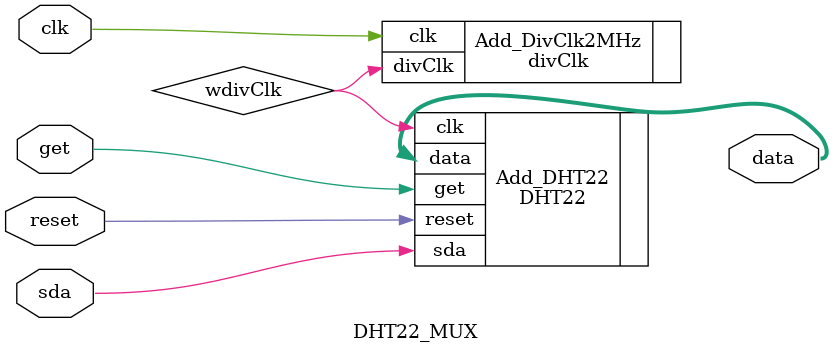
<source format=v>
module DHT22_MUX(clk, reset, get, sda, data);
input wire clk;
input wire reset;
input wire get;
inout sda;
output wire [39:0] data;

wire wdivClk;

divClk Add_DivClk2MHz( 
	.clk (clk), 
	.divClk (wdivClk)
);


DHT22 Add_DHT22(
	.clk(wdivClk),
	.reset (reset),
	.get (get),
	.sda (sda),
	.data (data)
);


endmodule
</source>
